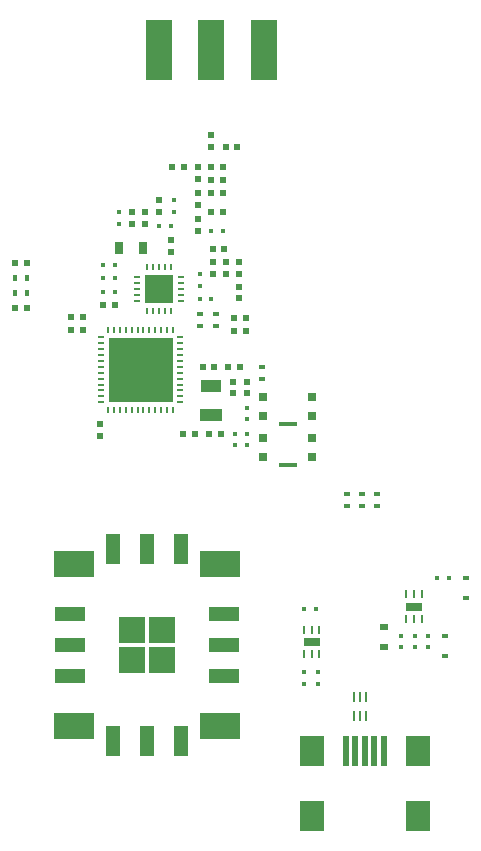
<source format=gbr>
G04 DipTrace 2.3.1.0*
%INTopPaste.gbr*%
%MOIN*%
%ADD25R,0.0217X0.0217*%
%ADD29R,0.0945X0.0945*%
%ADD30R,0.0197X0.0984*%
%ADD31R,0.0787X0.0984*%
%ADD33R,0.0295X0.0217*%
%ADD39R,0.09X0.2*%
%ADD45R,0.0197X0.0098*%
%ADD48R,0.0098X0.0197*%
%ADD50R,0.2126X0.2126*%
%ADD53R,0.0098X0.0374*%
%ADD56R,0.0098X0.0256*%
%ADD58R,0.0551X0.0315*%
%ADD59R,0.0748X0.0433*%
%ADD60R,0.0709X0.0394*%
%ADD73R,0.0217X0.0177*%
%ADD84R,0.0039X0.0138*%
%ADD88R,0.0591X0.0157*%
%ADD90R,0.0276X0.0315*%
%ADD95R,0.0315X0.0394*%
%ADD99R,0.0197X0.0157*%
%ADD101R,0.0157X0.0197*%
%ADD103R,0.0236X0.0157*%
%ADD108R,0.0866X0.0866*%
%ADD110R,0.1339X0.0866*%
%ADD112R,0.0472X0.1024*%
%ADD114R,0.1024X0.0472*%
%ADD116R,0.0157X0.0157*%
%FSLAX44Y44*%
G04*
G70*
G90*
G75*
G01*
%LNTopPaste*%
%LPD*%
D25*
X10276Y21004D3*
X9882D3*
X10276Y21437D3*
X9882D3*
X10866Y17874D3*
Y17480D3*
X13622Y17559D3*
X14016D3*
X15531Y19764D3*
X15138D3*
X14272D3*
X14665D3*
X14882Y17559D3*
X14488D3*
X15295Y19291D3*
Y18898D3*
D116*
X22087Y12736D3*
X22480D3*
X21791Y10827D3*
Y10433D3*
X15768Y18425D3*
Y18031D3*
Y17165D3*
Y17559D3*
D25*
X11358Y21850D3*
X10965D3*
X14567Y24941D3*
X14961D3*
X14567Y25571D3*
X14961D3*
X13661Y26437D3*
X13268D3*
X15472Y22461D3*
Y22067D3*
X15039Y22874D3*
Y23268D3*
X14606Y22874D3*
Y23268D3*
X15433Y27106D3*
X15039D3*
X14567D3*
Y27500D3*
X15315Y20984D3*
X15709D3*
X15315Y21398D3*
X15709D3*
X12835Y24941D3*
Y25335D3*
X12362Y24941D3*
Y24547D3*
X11929Y24941D3*
Y24547D3*
X14961Y26437D3*
X14567D3*
D116*
X14961Y24311D3*
X14567D3*
X14173Y22047D3*
X14567D3*
X11358Y22264D3*
X10965D3*
X11358Y22756D3*
X10965D3*
X11358Y23169D3*
X10965D3*
X17657Y11713D3*
X18051D3*
X17657Y9606D3*
Y9213D3*
X18130Y9606D3*
Y9213D3*
D114*
X9843Y10512D3*
Y9488D3*
Y11535D3*
X15000Y10512D3*
Y9488D3*
Y11535D3*
D112*
X12421Y7303D3*
X13563D3*
X11280D3*
X12421Y13720D3*
X13563D3*
X11280D3*
D110*
X14843Y7815D3*
X10000D3*
Y13209D3*
X14843D3*
D108*
X11909Y10000D3*
Y11024D3*
X12933D3*
Y10000D3*
D30*
X19685Y6978D3*
X19370D3*
X20315D3*
X20000D3*
D31*
X21457Y4813D3*
X17913D3*
X21457Y6978D3*
X17913D3*
D30*
X19055D3*
D103*
X23051Y12736D3*
Y12067D3*
X22362Y10807D3*
Y10138D3*
D33*
X20335Y11122D3*
Y10453D3*
D101*
X8406Y22756D3*
X8012D3*
X8406Y22244D3*
X8012D3*
D99*
X20098Y15551D3*
Y15157D3*
X16260Y19370D3*
Y19764D3*
X19075Y15551D3*
Y15157D3*
X19587Y15551D3*
Y15157D3*
D25*
X13228Y23996D3*
Y23602D3*
X14134Y24311D3*
Y24705D3*
Y25177D3*
Y25571D3*
Y26043D3*
Y26437D3*
X15472Y22874D3*
Y23268D3*
X14606Y23701D3*
X15000D3*
D116*
X14173Y22480D3*
Y22874D3*
D95*
X12283Y23760D3*
X11496D3*
D116*
Y24547D3*
Y24941D3*
D25*
X14961Y26004D3*
X14567D3*
D39*
Y30335D3*
X16307D3*
X12827D3*
D25*
X15768Y19291D3*
Y18898D3*
D116*
X21358Y10433D3*
Y10827D3*
X20886Y10433D3*
Y10827D3*
D25*
X8406Y23248D3*
X8012D3*
X8406Y21752D3*
X8012D3*
D116*
X15354Y17559D3*
Y17165D3*
X13228Y24469D3*
X12835D3*
X13307Y25335D3*
Y24941D3*
D90*
X16299Y18150D3*
Y18780D3*
X17913Y18150D3*
Y18780D3*
D88*
X17106Y17874D3*
D90*
X16299Y16791D3*
Y17421D3*
X17913Y16791D3*
Y17421D3*
D88*
X17106Y16516D3*
D45*
X13533Y18602D3*
Y18799D3*
Y18996D3*
Y19193D3*
Y19390D3*
Y19587D3*
Y19783D3*
Y19980D3*
Y20177D3*
Y20374D3*
Y20571D3*
Y20768D3*
D48*
X13287Y21014D3*
X13091D3*
X12894D3*
X12697D3*
X12500D3*
X12303D3*
X12106D3*
X11909D3*
X11713D3*
X11516D3*
X11319D3*
X11122D3*
D45*
X10876Y20768D3*
Y20571D3*
Y20374D3*
Y20177D3*
Y19980D3*
Y19783D3*
Y19587D3*
Y19390D3*
Y19193D3*
Y18996D3*
Y18799D3*
Y18602D3*
D48*
X11122Y18356D3*
X11319D3*
X11516D3*
X11713D3*
X11909D3*
X12106D3*
X12303D3*
X12500D3*
X12697D3*
X12894D3*
X13091D3*
X13287D3*
D50*
X12205Y19685D3*
D48*
X12421Y21644D3*
X12618D3*
X12815D3*
X13012D3*
X13209D3*
D45*
X13553Y21988D3*
Y22185D3*
Y22382D3*
Y22579D3*
Y22776D3*
D48*
X13209Y23120D3*
X13012D3*
X12815D3*
X12618D3*
X12421D3*
D45*
X12077Y22776D3*
Y22579D3*
Y22382D3*
Y22185D3*
Y21988D3*
D29*
X12815Y22382D3*
D53*
X19331Y8150D3*
X19528D3*
X19724D3*
Y8787D3*
X19528D3*
X19331D3*
D56*
X21575Y12205D3*
X21319D3*
X21063D3*
Y11378D3*
X21319D3*
X21575D3*
D58*
X21319Y11791D3*
D84*
X22421Y11358D3*
X22224D3*
X22028D3*
Y11673D3*
X22224D3*
X22421D3*
D56*
X17657Y10197D3*
X17913D3*
X18169D3*
Y11024D3*
X17913D3*
X17657D3*
D58*
X17913Y10610D3*
D59*
X14547Y18169D3*
D60*
Y19154D3*
D73*
X14193Y21535D3*
Y21142D3*
X14705Y21535D3*
Y21142D3*
M02*

</source>
